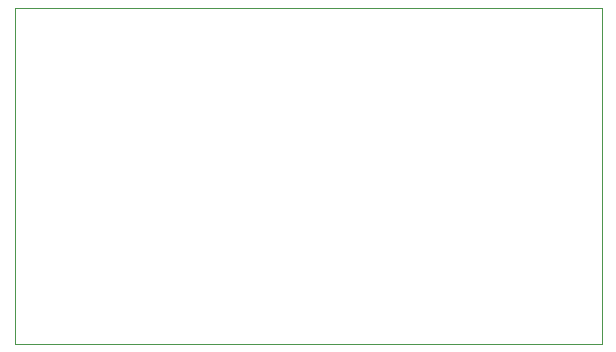
<source format=gko>
G75*
%MOIN*%
%OFA0B0*%
%FSLAX25Y25*%
%IPPOS*%
%LPD*%
%AMOC8*
5,1,8,0,0,1.08239X$1,22.5*
%
%ADD10C,0.00000*%
D10*
X0001300Y0001300D02*
X0001300Y0113261D01*
X0197001Y0113261D01*
X0197001Y0001300D01*
X0001300Y0001300D01*
M02*

</source>
